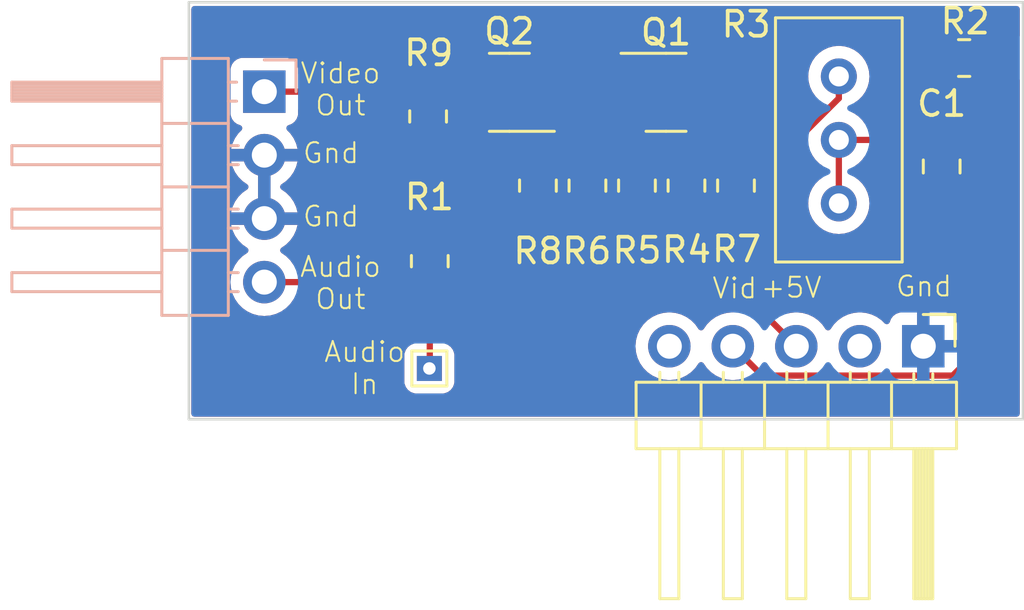
<source format=kicad_pcb>
(kicad_pcb (version 20221018) (generator pcbnew)
  (layers (0 "F.Cu" signal) (31 "B.Cu" signal) (34 "B.Paste" user) (35 "F.Paste" user) (36 "B.SilkS" user "B.Silkscreen") (37 "F.SilkS" user "F.Silkscreen") (38 "B.Mask" user) (39 "F.Mask" user) (44 "Edge.Cuts" user))
  (net 0 "")
  (net 1 "VideoOut")
  (net 2 "GND")
  (net 3 "AudioOut")
  (net 4 "Net-(J1-Pin_1)")
  (net 5 "Net-(Q2-E)")
  (net 6 "Net-(Q1-B)")
  (net 7 "Net-(J2-Pin_4)")
  (net 9 "Net-(J2-Pin_3)")
  (net 11 "Net-(Q1-E)")
  (net 12 "Net-(Q1-C)")
  (net 13 "Net-(C1-Pad2)")
  (footprint "Resistor_SMD:R_0805_2012Metric_Pad1.20x1.40mm_HandSolder" (layer "F.Cu") (at 152.4762 101.6762 -90)
    (fp_text reference "R7" (at 2.54 -0.0254) (layer "F.SilkS"))
    (fp_text value "68R")
    (fp_line (start -0.227064 -0.735) (end 0.227064 -0.735) (stroke (width 0.12)) (layer "F.SilkS"))
    (fp_line (start -0.227064 0.735) (end 0.227064 0.735) (stroke (width 0.12)) (layer "F.SilkS"))
    (pad "1" smd roundrect locked (at -1 0 270) (size 1.2 1.4) (layers "F.Cu" "F.Paste" "F.Mask") (roundrect_rratio 0.2083333333) (net 11 "Net-(Q1-E)"))
    (pad "2" smd roundrect locked (at 1 0 270) (size 1.2 1.4) (layers "F.Cu" "F.Paste" "F.Mask") (roundrect_rratio 0.2083333333) (net 2 "GND"))
  )
  (footprint "Capacitor_SMD:C_0805_2012Metric_Pad1.18x1.45mm_HandSolder" (layer "F.Cu") (at 160.7058 100.9103 90)
    (fp_text reference "C1" (at 2.5146 0 180) (layer "F.SilkS"))
    (fp_text value "47nF")
    (fp_line (start -0.261252 -0.735) (end 0.261252 -0.735) (stroke (width 0.12)) (layer "F.SilkS"))
    (fp_line (start -0.261252 0.735) (end 0.261252 0.735) (stroke (width 0.12)) (layer "F.SilkS"))
    (pad "1" smd roundrect (at -1.0375 0 90) (size 1.175 1.45) (layers "F.Cu" "F.Paste" "F.Mask") (roundrect_rratio 0.2127659574) (net 7 "Net-(J2-Pin_4)"))
    (pad "2" smd roundrect (at 1.0375 0 90) (size 1.175 1.45) (layers "F.Cu" "F.Paste" "F.Mask") (roundrect_rratio 0.2127659574) (net 13 "Net-(C1-Pad2)"))
  )
  (footprint "Package_TO_SOT_SMD:SOT-23-3" (layer "F.Cu") (at 149.6767 97.9424)
    (fp_text reference "Q1" (at 0 -2.4) (layer "F.SilkS"))
    (fp_text value "MMBT3904")
    (fp_line (start 0 -1.56) (end -1.8 -1.56) (stroke (width 0.12)) (layer "F.SilkS"))
    (fp_line (start 0 -1.56) (end 0.8 -1.56) (stroke (width 0.12)) (layer "F.SilkS"))
    (fp_line (start 0 1.56) (end -0.8 1.56) (stroke (width 0.12)) (layer "F.SilkS"))
    (fp_line (start 0 1.56) (end 0.8 1.56) (stroke (width 0.12)) (layer "F.SilkS"))
    (pad "1" smd roundrect locked (at -1.1375 -0.95) (size 1.325 0.6) (layers "F.Cu" "F.Paste" "F.Mask") (net 11 "Net-(Q1-E)"))
    (pad "2" smd roundrect locked (at -1.1375 0.95) (size 1.325 0.6) (layers "F.Cu" "F.Paste" "F.Mask") (net 6 "Net-(Q1-B)"))
    (pad "3" smd roundrect locked (at 1.1375 0) (size 1.325 0.6) (layers "F.Cu" "F.Paste" "F.Mask") (net 12 "Net-(Q1-C)"))
  )
  (footprint "Connector_PinHeader_2.54mm:PinHeader_1x05_P2.54mm_Horizontal" (layer "F.Cu") (at 159.9692 108.1024 -90)
    (fp_text reference "J2" hide)
    (fp_text value "input" hide)
    (fp_line (start -1.27 -1.27) (end 0 -1.27) (stroke (width 0.12)) (layer "F.SilkS"))
    (fp_line (start -1.27 0) (end -1.27 -1.27) (stroke (width 0.12)) (layer "F.SilkS"))
    (fp_line (start 1.042929 2.16) (end 1.44 2.16) (stroke (width 0.12)) (layer "F.SilkS"))
    (fp_line (start 1.042929 2.92) (end 1.44 2.92) (stroke (width 0.12)) (layer "F.SilkS"))
    (fp_line (start 1.042929 4.7) (end 1.44 4.7) (stroke (width 0.12)) (layer "F.SilkS"))
    (fp_line (start 1.042929 5.46) (end 1.44 5.46) (stroke (width 0.12)) (layer "F.SilkS"))
    (fp_line (start 1.042929 7.24) (end 1.44 7.24) (stroke (width 0.12)) (layer "F.SilkS"))
    (fp_line (start 1.042929 8) (end 1.44 8) (stroke (width 0.12)) (layer "F.SilkS"))
    (fp_line (start 1.042929 9.78) (end 1.44 9.78) (stroke (width 0.12)) (layer "F.SilkS"))
    (fp_line (start 1.042929 10.54) (end 1.44 10.54) (stroke (width 0.12)) (layer "F.SilkS"))
    (fp_line (start 1.11 -0.38) (end 1.44 -0.38) (stroke (width 0.12)) (layer "F.SilkS"))
    (fp_line (start 1.11 0.38) (end 1.44 0.38) (stroke (width 0.12)) (layer "F.SilkS"))
    (fp_line (start 1.44 -1.33) (end 1.44 11.49) (stroke (width 0.12)) (layer "F.SilkS"))
    (fp_line (start 1.44 1.27) (end 4.1 1.27) (stroke (width 0.12)) (layer "F.SilkS"))
    (fp_line (start 1.44 3.81) (end 4.1 3.81) (stroke (width 0.12)) (layer "F.SilkS"))
    (fp_line (start 1.44 6.35) (end 4.1 6.35) (stroke (width 0.12)) (layer "F.SilkS"))
    (fp_line (start 1.44 8.89) (end 4.1 8.89) (stroke (width 0.12)) (layer "F.SilkS"))
    (fp_line (start 1.44 11.49) (end 4.1 11.49) (stroke (width 0.12)) (layer "F.SilkS"))
    (fp_line (start 4.1 -1.33) (end 1.44 -1.33) (stroke (width 0.12)) (layer "F.SilkS"))
    (fp_line (start 4.1 -0.38) (end 10.1 -0.38) (stroke (width 0.12)) (layer "F.SilkS"))
    (fp_line (start 4.1 -0.32) (end 10.1 -0.32) (stroke (width 0.12)) (layer "F.SilkS"))
    (fp_line (start 4.1 -0.2) (end 10.1 -0.2) (stroke (width 0.12)) (layer "F.SilkS"))
    (fp_line (start 4.1 -0.08) (end 10.1 -0.08) (stroke (width 0.12)) (layer "F.SilkS"))
    (fp_line (start 4.1 0.04) (end 10.1 0.04) (stroke (width 0.12)) (layer "F.SilkS"))
    (fp_line (start 4.1 0.16) (end 10.1 0.16) (stroke (width 0.12)) (layer "F.SilkS"))
    (fp_line (start 4.1 0.28) (end 10.1 0.28) (stroke (width 0.12)) (layer "F.SilkS"))
    (fp_line (start 4.1 2.16) (end 10.1 2.16) (stroke (width 0.12)) (layer "F.SilkS"))
    (fp_line (start 4.1 4.7) (end 10.1 4.7) (stroke (width 0.12)) (layer "F.SilkS"))
    (fp_line (start 4.1 7.24) (end 10.1 7.24) (stroke (width 0.12)) (layer "F.SilkS"))
    (fp_line (start 4.1 9.78) (end 10.1 9.78) (stroke (width 0.12)) (layer "F.SilkS"))
    (fp_line (start 4.1 11.49) (end 4.1 -1.33) (stroke (width 0.12)) (layer "F.SilkS"))
    (fp_line (start 10.1 -0.38) (end 10.1 0.38) (stroke (width 0.12)) (layer "F.SilkS"))
    (fp_line (start 10.1 0.38) (end 4.1 0.38) (stroke (width 0.12)) (layer "F.SilkS"))
    (fp_line (start 10.1 2.16) (end 10.1 2.92) (stroke (width 0.12)) (layer "F.SilkS"))
    (fp_line (start 10.1 2.92) (end 4.1 2.92) (stroke (width 0.12)) (layer "F.SilkS"))
    (fp_line (start 10.1 4.7) (end 10.1 5.46) (stroke (width 0.12)) (layer "F.SilkS"))
    (fp_line (start 10.1 5.46) (end 4.1 5.46) (stroke (width 0.12)) (layer "F.SilkS"))
    (fp_line (start 10.1 7.24) (end 10.1 8) (stroke (width 0.12)) (layer "F.SilkS"))
    (fp_line (start 10.1 8) (end 4.1 8) (stroke (width 0.12)) (layer "F.SilkS"))
    (fp_line (start 10.1 9.78) (end 10.1 10.54) (stroke (width 0.12)) (layer "F.SilkS"))
    (fp_line (start 10.1 10.54) (end 4.1 10.54) (stroke (width 0.12)) (layer "F.SilkS"))
    (pad "1" thru_hole rect (at 0 0 270) (size 1.7 1.7) (drill 1) (layers "*.Cu" "*.Mask") (net 2 "GND"))
    (pad "2" thru_hole oval (at 0 2.54 270) (size 1.7 1.7) (drill 1) (layers "*.Cu" "*.Mask"))
    (pad "3" thru_hole oval (at 0 5.08 270) (size 1.7 1.7) (drill 1) (layers "*.Cu" "*.Mask") (net 9 "Net-(J2-Pin_3)"))
    (pad "4" thru_hole oval (at 0 7.62 270) (size 1.7 1.7) (drill 1) (layers "*.Cu" "*.Mask") (net 7 "Net-(J2-Pin_4)"))
    (pad "5" thru_hole oval (at 0 10.16 270) (size 1.7 1.7) (drill 1) (layers "*.Cu" "*.Mask"))
  )
  (footprint "Resistor_SMD:R_0805_2012Metric_Pad1.20x1.40mm_HandSolder" (layer "F.Cu") (at 150.495 101.6762 90)
    (fp_text reference "R4" (at -2.5654 0 180) (layer "F.SilkS"))
    (fp_text value "3.3K")
    (fp_line (start -0.227064 -0.735) (end 0.227064 -0.735) (stroke (width 0.12)) (layer "F.SilkS"))
    (fp_line (start -0.227064 0.735) (end 0.227064 0.735) (stroke (width 0.12)) (layer "F.SilkS"))
    (pad "1" smd roundrect locked (at -1 0 90) (size 1.2 1.4) (layers "F.Cu" "F.Paste" "F.Mask") (roundrect_rratio 0.2083333333) (net 9 "Net-(J2-Pin_3)"))
    (pad "2" smd roundrect locked (at 1 0 90) (size 1.2 1.4) (layers "F.Cu" "F.Paste" "F.Mask") (roundrect_rratio 0.2083333333) (net 6 "Net-(Q1-B)"))
  )
  (footprint "Resistor_SMD:R_0805_2012Metric_Pad1.20x1.40mm_HandSolder" (layer "F.Cu") (at 161.6042 96.5708)
    (fp_text reference "R2" (at 0.0414 -1.4732) (layer "F.SilkS"))
    (fp_text value "1K")
    (fp_line (start -0.227064 -0.735) (end 0.227064 -0.735) (stroke (width 0.12)) (layer "F.SilkS"))
    (fp_line (start -0.227064 0.735) (end 0.227064 0.735) (stroke (width 0.12)) (layer "F.SilkS"))
    (pad "1" smd roundrect (at -1 0) (size 1.2 1.4) (layers "F.Cu" "F.Paste" "F.Mask") (roundrect_rratio 0.2083333333) (net 13 "Net-(C1-Pad2)"))
    (pad "2" smd roundrect (at 1 0) (size 1.2 1.4) (layers "F.Cu" "F.Paste" "F.Mask") (roundrect_rratio 0.2083333333) (net 7 "Net-(J2-Pin_4)"))
  )
  (footprint "Resistor_SMD:R_0805_2012Metric_Pad1.20x1.40mm_HandSolder" (layer "F.Cu") (at 148.5138 101.6762 -90)
    (fp_text reference "R5" (at 2.5908 0) (layer "F.SilkS"))
    (fp_text value "1K")
    (fp_line (start -0.227064 -0.735) (end 0.227064 -0.735) (stroke (width 0.12)) (layer "F.SilkS"))
    (fp_line (start -0.227064 0.735) (end 0.227064 0.735) (stroke (width 0.12)) (layer "F.SilkS"))
    (pad "1" smd roundrect locked (at -1 0 270) (size 1.2 1.4) (layers "F.Cu" "F.Paste" "F.Mask") (roundrect_rratio 0.2083333333) (net 6 "Net-(Q1-B)"))
    (pad "2" smd roundrect locked (at 1 0 270) (size 1.2 1.4) (layers "F.Cu" "F.Paste" "F.Mask") (roundrect_rratio 0.2083333333) (net 2 "GND"))
  )
  (footprint "Resistor_SMD:R_0805_2012Metric_Pad1.20x1.40mm_HandSolder" (layer "F.Cu") (at 144.5514 101.6762 90)
    (fp_text reference "R8" (at -2.6162 0 180) (layer "F.SilkS"))
    (fp_text value "18R")
    (fp_line (start -0.227064 -0.735) (end 0.227064 -0.735) (stroke (width 0.12)) (layer "F.SilkS"))
    (fp_line (start -0.227064 0.735) (end 0.227064 0.735) (stroke (width 0.12)) (layer "F.SilkS"))
    (pad "1" smd roundrect locked (at -1 0 90) (size 1.2 1.4) (layers "F.Cu" "F.Paste" "F.Mask") (roundrect_rratio 0.2083333333) (net 9 "Net-(J2-Pin_3)"))
    (pad "2" smd roundrect locked (at 1 0 90) (size 1.2 1.4) (layers "F.Cu" "F.Paste" "F.Mask") (roundrect_rratio 0.2083333333) (net 5 "Net-(Q2-E)"))
  )
  (footprint "Resistor_SMD:R_0805_2012Metric_Pad1.20x1.40mm_HandSolder" (layer "F.Cu") (at 140.2246 104.6988 -90)
    (fp_text reference "R1" (at -2.5654 0.0166) (layer "F.SilkS"))
    (fp_text value "10K")
    (fp_line (start -0.227064 -0.735) (end 0.227064 -0.735) (stroke (width 0.12)) (layer "F.SilkS"))
    (fp_line (start -0.227064 0.735) (end 0.227064 0.735) (stroke (width 0.12)) (layer "F.SilkS"))
    (pad "1" smd roundrect locked (at -1 0 270) (size 1.2 1.4) (layers "F.Cu" "F.Paste" "F.Mask") (roundrect_rratio 0.2083333333) (net 3 "AudioOut"))
    (pad "2" smd roundrect locked (at 1 0 270) (size 1.2 1.4) (layers "F.Cu" "F.Paste" "F.Mask") (roundrect_rratio 0.2083333333) (net 4 "Net-(J1-Pin_1)"))
  )
  (footprint "Potentiometer_THT:Potentiometer_Bourns_3386C_Horizontal" (layer "F.Cu") (at 156.591 97.3074)
    (fp_text reference "R3" (at -3.7084 -2.0828) (layer "F.SilkS"))
    (fp_text value "5K" hide)
    (fp_line (start -2.535 -2.345) (end -2.535 7.425) (stroke (width 0.12)) (layer "F.SilkS"))
    (fp_line (start -2.535 -2.345) (end 2.535 -2.345) (stroke (width 0.12)) (layer "F.SilkS"))
    (fp_line (start -2.535 7.425) (end 2.535 7.425) (stroke (width 0.12)) (layer "F.SilkS"))
    (fp_line (start 2.535 -2.345) (end 2.535 7.425) (stroke (width 0.12)) (layer "F.SilkS"))
    (pad "1" thru_hole circle locked (at 0 0) (size 1.44 1.44) (drill 0.8) (layers "*.Cu" "*.Mask") (net 6 "Net-(Q1-B)"))
    (pad "2" thru_hole circle locked (at 0 2.54) (size 1.44 1.44) (drill 0.8) (layers "*.Cu" "*.Mask") (net 13 "Net-(C1-Pad2)"))
    (pad "3" thru_hole circle locked (at 0 5.08) (size 1.44 1.44) (drill 0.8) (layers "*.Cu" "*.Mask") (net 13 "Net-(C1-Pad2)"))
  )
  (footprint "TestPoint:TestPoint_THTPad_1.0x1.0mm_Drill0.5mm" (layer "F.Cu") (at 140.208 108.9914)
    (fp_text reference "J1" hide)
    (fp_text value "AudioIn")
    (fp_line (start -0.7 -0.7) (end 0.7 -0.7) (stroke (width 0.12)) (layer "F.SilkS"))
    (fp_line (start -0.7 0.7) (end -0.7 -0.7) (stroke (width 0.12)) (layer "F.SilkS"))
    (fp_line (start 0.7 -0.7) (end 0.7 0.7) (stroke (width 0.12)) (layer "F.SilkS"))
    (fp_line (start 0.7 0.7) (end -0.7 0.7) (stroke (width 0.12)) (layer "F.SilkS"))
    (pad "1" thru_hole rect (at 0 0) (size 1 1) (drill 0.5) (layers "*.Cu" "*.Mask") (net 4 "Net-(J1-Pin_1)"))
  )
  (footprint "Resistor_SMD:R_0805_2012Metric_Pad1.20x1.40mm_HandSolder" (layer "F.Cu") (at 140.1572 98.9076 -90)
    (fp_text reference "R9" (at -2.54 -0.0254) (layer "F.SilkS"))
    (fp_text value "75R")
    (fp_line (start -0.227064 -0.735) (end 0.227064 -0.735) (stroke (width 0.12)) (layer "F.SilkS"))
    (fp_line (start -0.227064 0.735) (end 0.227064 0.735) (stroke (width 0.12)) (layer "F.SilkS"))
    (pad "1" smd roundrect locked (at -1 0 270) (size 1.2 1.4) (layers "F.Cu" "F.Paste" "F.Mask") (roundrect_rratio 0.2083333333) (net 1 "VideoOut"))
    (pad "2" smd roundrect locked (at 1 0 270) (size 1.2 1.4) (layers "F.Cu" "F.Paste" "F.Mask") (roundrect_rratio 0.2083333333) (net 2 "GND"))
  )
  (footprint "Package_TO_SOT_SMD:SOT-23-3" (layer "F.Cu") (at 143.4084 97.9424 180)
    (fp_text reference "Q2" (at 0 2.4384 180) (layer "F.SilkS"))
    (fp_text value "MMBT3906")
    (fp_line (start 0 -1.56) (end -1.8 -1.56) (stroke (width 0.12)) (layer "F.SilkS"))
    (fp_line (start 0 -1.56) (end 0.8 -1.56) (stroke (width 0.12)) (layer "F.SilkS"))
    (fp_line (start 0 1.56) (end -0.8 1.56) (stroke (width 0.12)) (layer "F.SilkS"))
    (fp_line (start 0 1.56) (end 0.8 1.56) (stroke (width 0.12)) (layer "F.SilkS"))
    (pad "1" smd roundrect locked (at -1.1375 -0.95 180) (size 1.325 0.6) (layers "F.Cu" "F.Paste" "F.Mask") (net 5 "Net-(Q2-E)"))
    (pad "2" smd roundrect locked (at -1.1375 0.95 180) (size 1.325 0.6) (layers "F.Cu" "F.Paste" "F.Mask") (net 12 "Net-(Q1-C)"))
    (pad "3" smd roundrect locked (at 1.1375 0 180) (size 1.325 0.6) (layers "F.Cu" "F.Paste" "F.Mask") (net 1 "VideoOut"))
  )
  (footprint "Resistor_SMD:R_0805_2012Metric_Pad1.20x1.40mm_HandSolder" (layer "F.Cu") (at 146.5326 101.6762 -90)
    (fp_text reference "R6" (at 2.6162 0.0254) (layer "F.SilkS"))
    (fp_text value "150R")
    (fp_line (start -0.227064 -0.735) (end 0.227064 -0.735) (stroke (width 0.12)) (layer "F.SilkS"))
    (fp_line (start -0.227064 0.735) (end 0.227064 0.735) (stroke (width 0.12)) (layer "F.SilkS"))
    (pad "1" smd roundrect locked (at -1 0 270) (size 1.2 1.4) (layers "F.Cu" "F.Paste" "F.Mask") (roundrect_rratio 0.2083333333) (net 12 "Net-(Q1-C)"))
    (pad "2" smd roundrect locked (at 1 0 270) (size 1.2 1.4) (layers "F.Cu" "F.Paste" "F.Mask") (roundrect_rratio 0.2083333333) (net 9 "Net-(J2-Pin_3)"))
  )
  (footprint "Connector_PinHeader_2.54mm:PinHeader_1x04_P2.54mm_Horizontal" (layer "B.Cu") (at 133.604 97.917 180)
    (fp_text reference "J3" hide)
    (fp_text value "Composite" hide)
    (fp_line (start -1.27 0) (end -1.27 1.27) (stroke (width 0.12)) (layer "B.SilkS"))
    (fp_line (start -1.27 1.27) (end 0 1.27) (stroke (width 0.12)) (layer "B.SilkS"))
    (fp_line (start 1.042929 -8) (end 1.44 -8) (stroke (width 0.12)) (layer "B.SilkS"))
    (fp_line (start 1.042929 -7.24) (end 1.44 -7.24) (stroke (width 0.12)) (layer "B.SilkS"))
    (fp_line (start 1.042929 -5.46) (end 1.44 -5.46) (stroke (width 0.12)) (layer "B.SilkS"))
    (fp_line (start 1.042929 -4.7) (end 1.44 -4.7) (stroke (width 0.12)) (layer "B.SilkS"))
    (fp_line (start 1.042929 -2.92) (end 1.44 -2.92) (stroke (width 0.12)) (layer "B.SilkS"))
    (fp_line (start 1.042929 -2.16) (end 1.44 -2.16) (stroke (width 0.12)) (layer "B.SilkS"))
    (fp_line (start 1.11 -0.38) (end 1.44 -0.38) (stroke (width 0.12)) (layer "B.SilkS"))
    (fp_line (start 1.11 0.38) (end 1.44 0.38) (stroke (width 0.12)) (layer "B.SilkS"))
    (fp_line (start 1.44 -8.95) (end 4.1 -8.95) (stroke (width 0.12)) (layer "B.SilkS"))
    (fp_line (start 1.44 -6.35) (end 4.1 -6.35) (stroke (width 0.12)) (layer "B.SilkS"))
    (fp_line (start 1.44 -3.81) (end 4.1 -3.81) (stroke (width 0.12)) (layer "B.SilkS"))
    (fp_line (start 1.44 -1.27) (end 4.1 -1.27) (stroke (width 0.12)) (layer "B.SilkS"))
    (fp_line (start 1.44 1.33) (end 1.44 -8.95) (stroke (width 0.12)) (layer "B.SilkS"))
    (fp_line (start 4.1 -8.95) (end 4.1 1.33) (stroke (width 0.12)) (layer "B.SilkS"))
    (fp_line (start 4.1 -7.24) (end 10.1 -7.24) (stroke (width 0.12)) (layer "B.SilkS"))
    (fp_line (start 4.1 -4.7) (end 10.1 -4.7) (stroke (width 0.12)) (layer "B.SilkS"))
    (fp_line (start 4.1 -2.16) (end 10.1 -2.16) (stroke (width 0.12)) (layer "B.SilkS"))
    (fp_line (start 4.1 -0.28) (end 10.1 -0.28) (stroke (width 0.12)) (layer "B.SilkS"))
    (fp_line (start 4.1 -0.16) (end 10.1 -0.16) (stroke (width 0.12)) (layer "B.SilkS"))
    (fp_line (start 4.1 -0.04) (end 10.1 -0.04) (stroke (width 0.12)) (layer "B.SilkS"))
    (fp_line (start 4.1 0.08) (end 10.1 0.08) (stroke (width 0.12)) (layer "B.SilkS"))
    (fp_line (start 4.1 0.2) (end 10.1 0.2) (stroke (width 0.12)) (layer "B.SilkS"))
    (fp_line (start 4.1 0.32) (end 10.1 0.32) (stroke (width 0.12)) (layer "B.SilkS"))
    (fp_line (start 4.1 0.38) (end 10.1 0.38) (stroke (width 0.12)) (layer "B.SilkS"))
    (fp_line (start 4.1 1.33) (end 1.44 1.33) (stroke (width 0.12)) (layer "B.SilkS"))
    (fp_line (start 10.1 -8) (end 4.1 -8) (stroke (width 0.12)) (layer "B.SilkS"))
    (fp_line (start 10.1 -7.24) (end 10.1 -8) (stroke (width 0.12)) (layer "B.SilkS"))
    (fp_line (start 10.1 -5.46) (end 4.1 -5.46) (stroke (width 0.12)) (layer "B.SilkS"))
    (fp_line (start 10.1 -4.7) (end 10.1 -5.46) (stroke (width 0.12)) (layer "B.SilkS"))
    (fp_line (start 10.1 -2.92) (end 4.1 -2.92) (stroke (width 0.12)) (layer "B.SilkS"))
    (fp_line (start 10.1 -2.16) (end 10.1 -2.92) (stroke (width 0.12)) (layer "B.SilkS"))
    (fp_line (start 10.1 -0.38) (end 4.1 -0.38) (stroke (width 0.12)) (layer "B.SilkS"))
    (fp_line (start 10.1 0.38) (end 10.1 -0.38) (stroke (width 0.12)) (layer "B.SilkS"))
    (pad "1" thru_hole rect locked (at 0 0 180) (size 1.7 1.7) (drill 1) (layers "*.Cu" "*.Mask") (net 1 "VideoOut"))
    (pad "2" thru_hole oval locked (at 0 -2.54 180) (size 1.7 1.7) (drill 1) (layers "*.Cu" "*.Mask") (net 2 "GND"))
    (pad "3" thru_hole oval locked (at 0 -5.08 180) (size 1.7 1.7) (drill 1) (layers "*.Cu" "*.Mask") (net 2 "GND"))
    (pad "4" thru_hole oval locked (at 0 -7.62 180) (size 1.7 1.7) (drill 1) (layers "*.Cu" "*.Mask") (net 3 "AudioOut"))
  )
  (gr_line locked (start 163.9517 111.0234) (end 130.5814 111.0234) (stroke (width 0.1)) (layer "Edge.Cuts"))
  (gr_line locked (start 163.957 94.3356) (end 163.957 111.0234) (stroke (width 0.1)) (layer "Edge.Cuts"))
  (gr_line locked (start 130.5867 111.0234) (end 130.5867 94.339) (stroke (width 0.1)) (layer "Edge.Cuts"))
  (gr_line locked (start 130.5867 94.339) (end 163.957 94.339) (stroke (width 0.1)) (layer "Edge.Cuts"))
  (gr_text "+5V" (at 154.686 106.2228) (layer "F.SilkS") (effects (font (size 0.8 0.8) (thickness 0.08)) (justify bottom)))
  (gr_text "Gnd" (at 136.271 103.378) (layer "F.SilkS") (effects (font (size 0.8 0.8) (thickness 0.08)) (justify bottom)))
  (gr_text "Audio\nIn" (at 137.6172 110.0836) (layer "F.SilkS") (effects (font (size 0.8 0.8) (thickness 0.08)) (justify bottom)))
  (gr_text "Audio\nOut" (at 136.652 106.68) (layer "F.SilkS") (effects (font (size 0.8 0.8) (thickness 0.08)) (justify bottom)))
  (gr_text "Gnd" (at 159.9946 106.172) (layer "F.SilkS") (effects (font (size 0.8 0.8) (thickness 0.08)) (justify bottom)))
  (gr_text "Gnd" (at 136.271 100.838) (layer "F.SilkS") (effects (font (size 0.8 0.8) (thickness 0.08)) (justify bottom)))
  (gr_text "Video\nOut" (at 136.652 98.933) (layer "F.SilkS") (effects (font (size 0.8 0.8) (thickness 0.08)) (justify bottom)))
  (gr_text "Vid" (at 152.4254 106.2482) (layer "F.SilkS") (effects (font (size 0.8 0.8) (thickness 0.08)) (justify bottom)))
  (segment (start 142.2455 97.917) (end 142.2709 97.9424) (width 0.25) (layer "F.Cu") (net 1))
  (segment (start 133.604 97.917) (end 142.2455 97.917) (width 0.25) (layer "F.Cu") (net 1))
  (segment (start 140.2246 103.6988) (end 139.8872 103.6988) (width 0.25) (layer "F.Cu") (net 3))
  (segment (start 139.8872 103.6988) (end 138.049 105.537) (width 0.25) (layer "F.Cu") (net 3))
  (segment (start 138.049 105.537) (end 133.604 105.537) (width 0.25) (layer "F.Cu") (net 3))
  (segment (start 140.2246 105.584) (end 140.2246 109.135) (width 0.25) (layer "F.Cu") (net 4))
  (segment (start 140.2246 109.135) (end 140.335 109.2454) (width 0.25) (layer "F.Cu") (net 4))
  (segment (start 144.5459 100.6707) (end 144.5514 100.6762) (width 0.25) (layer "F.Cu") (net 5))
  (segment (start 144.5459 98.8924) (end 144.5459 100.6707) (width 0.25) (layer "F.Cu") (net 5))
  (segment (start 150.495 100.6762) (end 151.42 101.6012) (width 0.25) (layer "F.Cu") (net 6))
  (segment (start 156.591 98.1815) (end 156.591 97.3074) (width 0.25) (layer "F.Cu") (net 6))
  (segment (start 151.42 101.6012) (end 153.1713 101.6012) (width 0.25) (layer "F.Cu") (net 6))
  (segment (start 148.5138 100.6762) (end 150.495 100.6762) (width 0.25) (layer "F.Cu") (net 6))
  (segment (start 153.1713 101.6012) (end 156.591 98.1815) (width 0.25) (layer "F.Cu") (net 6))
  (segment (start 148.5392 100.6508) (end 148.5138 100.6762) (width 0.25) (layer "F.Cu") (net 6))
  (segment (start 148.5392 98.8924) (end 148.5392 100.6508) (width 0.25) (layer "F.Cu") (net 6))
  (segment (start 162.6042 107.8174) (end 161.1442 109.2774) (width 0.25) (layer "F.Cu") (net 7))
  (segment (start 161.1442 109.2774) (end 153.5242 109.2774) (width 0.25) (layer "F.Cu") (net 7))
  (segment (start 162.6042 101.854) (end 162.6042 107.8174) (width 0.25) (layer "F.Cu") (net 7))
  (segment (start 160.7058 101.9478) (end 162.5104 101.9478) (width 0.25) (layer "F.Cu") (net 7))
  (segment (start 153.5242 109.2774) (end 152.3492 108.1024) (width 0.25) (layer "F.Cu") (net 7))
  (segment (start 162.6042 96.5708) (end 162.6042 101.854) (width 0.25) (layer "F.Cu") (net 7))
  (segment (start 162.5104 101.9478) (end 162.6042 101.854) (width 0.25) (layer "F.Cu") (net 7))
  (segment (start 147.4818 101.727) (end 149.5458 101.727) (width 0.25) (layer "F.Cu") (net 9))
  (segment (start 149.5458 101.727) (end 150.495 102.6762) (width 0.25) (layer "F.Cu") (net 9))
  (segment (start 144.5514 102.6762) (end 146.5326 102.6762) (width 0.25) (layer "F.Cu") (net 9))
  (segment (start 150.495 102.6762) (end 150.495 103.7082) (width 0.25) (layer "F.Cu") (net 9))
  (segment (start 146.5326 102.6762) (end 147.4818 101.727) (width 0.25) (layer "F.Cu") (net 9))
  (segment (start 150.495 103.7082) (end 154.8892 108.1024) (width 0.25) (layer "F.Cu") (net 9))
  (segment (start 151.202608 96.9924) (end 152.4762 98.265992) (width 0.25) (layer "F.Cu") (net 11))
  (segment (start 148.5392 96.9924) (end 151.202608 96.9924) (width 0.25) (layer "F.Cu") (net 11))
  (segment (start 152.4762 98.265992) (end 152.4762 100.6762) (width 0.25) (layer "F.Cu") (net 11))
  (segment (start 147.5693 97.9424) (end 146.5326 98.9791) (width 0.25) (layer "F.Cu") (net 12))
  (segment (start 150.8142 97.9424) (end 147.5693 97.9424) (width 0.25) (layer "F.Cu") (net 12))
  (segment (start 146.5326 98.9791) (end 146.5326 100.6762) (width 0.25) (layer "F.Cu") (net 12))
  (segment (start 144.5459 96.9924) (end 146.5326 98.9791) (width 0.25) (layer "F.Cu") (net 12))
  (segment (start 156.591 99.8474) (end 160.6804 99.8474) (width 0.25) (layer "F.Cu") (net 13))
  (segment (start 160.6042 96.5708) (end 160.6042 99.7712) (width 0.25) (layer "F.Cu") (net 13))
  (segment (start 156.591 99.8474) (end 156.591 102.3874) (width 0.25) (layer "F.Cu") (net 13))
  (segment (start 160.6042 99.7712) (end 160.7058 99.8728) (width 0.25) (layer "F.Cu") (net 13))
  (segment (start 160.6804 99.8474) (end 160.7058 99.8728) (width 0.25) (layer "F.Cu") (net 13))
  (zone locked (net 2) (net_name "GND") (layers "F&B.Cu") (connect_pads (clearance 0.5)) (min_thickness 0.25) (fill yes (thermal_gap 0.5) (thermal_bridge_width 0.5))
    (polygon (pts (xy 163.83 94.488) (xy 163.83 110.9218) (xy 130.683 110.9218) (xy 130.683 94.488)))
  )
)
</source>
